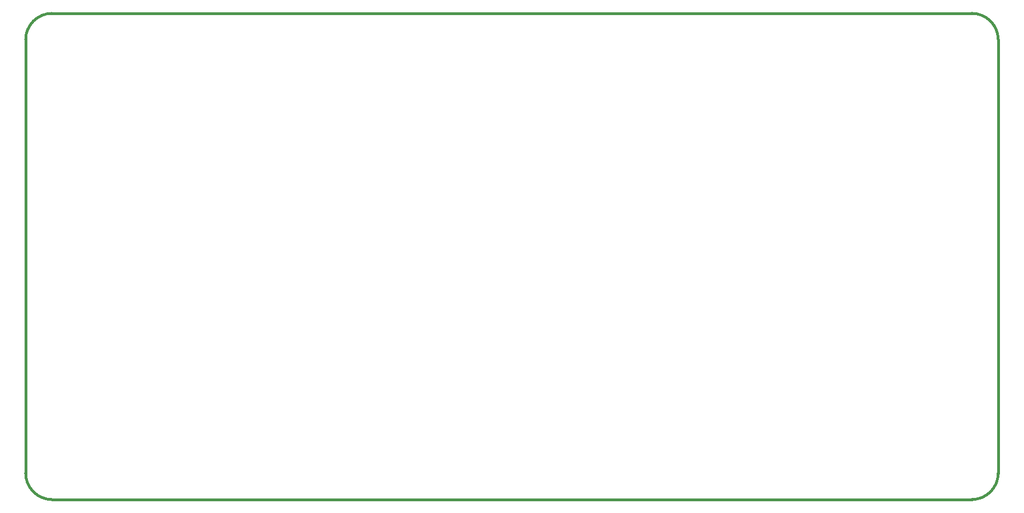
<source format=gbr>
G04 (created by PCBNEW (2013-01-23 BZR 3920)-stable) date Mon Jun 10 00:49:26 2013*
%MOIN*%
G04 Gerber Fmt 3.4, Leading zero omitted, Abs format*
%FSLAX34Y34*%
G01*
G70*
G90*
G04 APERTURE LIST*
%ADD10C,2.3622e-06*%
%ADD11C,0.015*%
G04 APERTURE END LIST*
G54D10*
G54D11*
X26075Y-21500D02*
X80975Y-21500D01*
X26075Y-50500D02*
X80925Y-50500D01*
X24500Y-23075D02*
X24500Y-48925D01*
X82500Y-23075D02*
X82500Y-48925D01*
X82500Y-23075D02*
G75*
G03X80925Y-21500I-1575J0D01*
G74*
G01*
X80925Y-50500D02*
G75*
G03X82500Y-48925I0J1575D01*
G74*
G01*
X24500Y-48925D02*
G75*
G03X26075Y-50500I1575J0D01*
G74*
G01*
X26075Y-21500D02*
G75*
G03X24500Y-23075I0J-1575D01*
G74*
G01*
M02*

</source>
